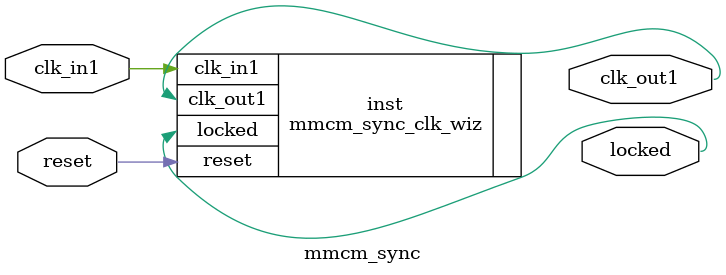
<source format=v>


`timescale 1ps/1ps

(* CORE_GENERATION_INFO = "mmcm_sync,clk_wiz_v5_4_1_0,{component_name=mmcm_sync,use_phase_alignment=true,use_min_o_jitter=false,use_max_i_jitter=false,use_dyn_phase_shift=false,use_inclk_switchover=false,use_dyn_reconfig=false,enable_axi=0,feedback_source=FDBK_AUTO,PRIMITIVE=MMCM,num_out_clk=1,clkin1_period=25.000,clkin2_period=10.0,use_power_down=false,use_reset=true,use_locked=true,use_inclk_stopped=false,feedback_type=SINGLE,CLOCK_MGR_TYPE=NA,manual_override=false}" *)

module mmcm_sync 
 (
  // Clock out ports
  output        clk_out1,
  // Status and control signals
  input         reset,
  output        locked,
 // Clock in ports
  input         clk_in1
 );

  mmcm_sync_clk_wiz inst
  (
  // Clock out ports  
  .clk_out1(clk_out1),
  // Status and control signals               
  .reset(reset), 
  .locked(locked),
 // Clock in ports
  .clk_in1(clk_in1)
  );

endmodule

</source>
